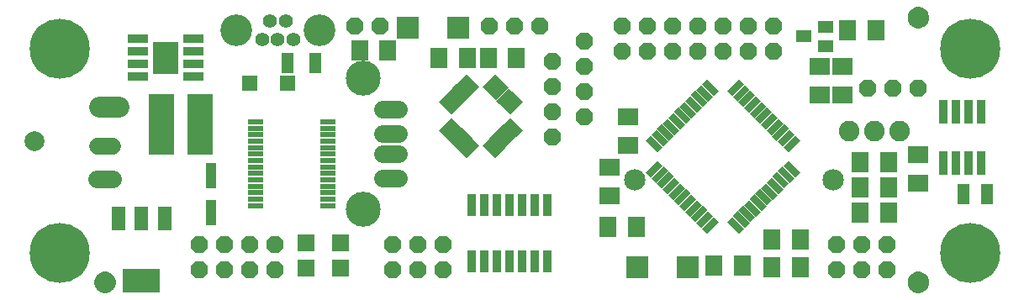
<source format=gbs>
G75*
G70*
%OFA0B0*%
%FSLAX24Y24*%
%IPPOS*%
%LPD*%
%AMOC8*
5,1,8,0,0,1.08239X$1,22.5*
%
%ADD10OC8,0.0680*%
%ADD11C,0.2380*%
%ADD12C,0.0050*%
%ADD13R,0.0710X0.0790*%
%ADD14R,0.0790X0.0710*%
%ADD15C,0.0848*%
%ADD16R,0.0320X0.0950*%
%ADD17R,0.0513X0.0828*%
%ADD18R,0.0630X0.0217*%
%ADD19C,0.0556*%
%ADD20C,0.1261*%
%ADD21R,0.0671X0.0671*%
%ADD22R,0.0474X0.0789*%
%ADD23R,0.0196X0.0710*%
%ADD24R,0.0710X0.0196*%
%ADD25C,0.0694*%
%ADD26C,0.1386*%
%ADD27R,0.0631X0.0631*%
%ADD28R,0.0340X0.0880*%
%ADD29C,0.0820*%
%ADD30R,0.0631X0.0474*%
%ADD31R,0.0671X0.0277*%
%ADD32R,0.0277X0.0671*%
%ADD33R,0.0830X0.0320*%
%ADD34R,0.1030X0.1300*%
%ADD35R,0.0395X0.1025*%
%ADD36R,0.1040X0.2440*%
%ADD37R,0.0560X0.0960*%
%ADD38R,0.1497X0.0946*%
%ADD39R,0.0880X0.0880*%
%ADD40C,0.0845*%
%ADD41C,0.0710*%
%ADD42C,0.0680*%
%ADD43C,0.0790*%
D10*
X007587Y001200D03*
X008587Y001200D03*
X009587Y001200D03*
X010587Y001200D03*
X010587Y002200D03*
X009587Y002200D03*
X008587Y002200D03*
X007587Y002200D03*
X015237Y002200D03*
X016237Y002200D03*
X017237Y002200D03*
X017237Y001200D03*
X016237Y001200D03*
X015237Y001200D03*
X021587Y006450D03*
X022837Y007250D03*
X021587Y007450D03*
X022837Y008250D03*
X021587Y008450D03*
X022837Y009250D03*
X021587Y009450D03*
X022837Y010250D03*
X024337Y009880D03*
X025337Y009880D03*
X026337Y009880D03*
X027337Y009880D03*
X028337Y009880D03*
X029337Y009880D03*
X030337Y009880D03*
X030337Y010880D03*
X029337Y010880D03*
X028337Y010880D03*
X027337Y010880D03*
X026337Y010880D03*
X025337Y010880D03*
X024337Y010880D03*
X021087Y010880D03*
X020087Y010880D03*
X019087Y010880D03*
X014737Y010880D03*
X013737Y010880D03*
X034087Y008400D03*
X035087Y008400D03*
X036087Y008400D03*
X034837Y002200D03*
X033837Y002200D03*
X032837Y002200D03*
X032837Y001200D03*
X033837Y001200D03*
X034837Y001200D03*
D11*
X038137Y001880D03*
X038137Y009980D03*
X002037Y009980D03*
X002037Y001880D03*
D12*
X003450Y000632D02*
X003467Y000565D01*
X003496Y000503D01*
X003536Y000447D01*
X003584Y000398D01*
X003641Y000359D01*
X003703Y000330D01*
X003769Y000312D01*
X003837Y000306D01*
X003906Y000312D01*
X003972Y000330D01*
X004034Y000359D01*
X004091Y000398D01*
X004139Y000447D01*
X004178Y000503D01*
X004207Y000565D01*
X004225Y000632D01*
X004231Y000700D01*
X004225Y000768D01*
X004207Y000835D01*
X004178Y000897D01*
X004139Y000953D01*
X004091Y001002D01*
X004034Y001041D01*
X003972Y001070D01*
X003906Y001088D01*
X003837Y001094D01*
X003769Y001088D01*
X003703Y001070D01*
X003641Y001041D01*
X003584Y001002D01*
X003536Y000953D01*
X003496Y000897D01*
X003467Y000835D01*
X003450Y000768D01*
X003444Y000700D01*
X003450Y000632D01*
X003449Y000637D02*
X004226Y000637D01*
X004230Y000685D02*
X003445Y000685D01*
X003447Y000734D02*
X004228Y000734D01*
X004222Y000782D02*
X003453Y000782D01*
X003466Y000831D02*
X004209Y000831D01*
X004187Y000879D02*
X003488Y000879D01*
X003518Y000928D02*
X004157Y000928D01*
X004116Y000976D02*
X003559Y000976D01*
X003617Y001025D02*
X004058Y001025D01*
X003961Y001073D02*
X003714Y001073D01*
X003461Y000588D02*
X004213Y000588D01*
X004195Y000540D02*
X003480Y000540D01*
X003505Y000491D02*
X004170Y000491D01*
X004135Y000443D02*
X003540Y000443D01*
X003591Y000394D02*
X004084Y000394D01*
X004005Y000346D02*
X003670Y000346D01*
X035694Y000700D02*
X035700Y000768D01*
X035717Y000835D01*
X035746Y000897D01*
X035786Y000953D01*
X035834Y001002D01*
X035891Y001041D01*
X035953Y001070D01*
X036019Y001088D01*
X036087Y001094D01*
X036156Y001088D01*
X036222Y001070D01*
X036284Y001041D01*
X036341Y001002D01*
X036389Y000953D01*
X036428Y000897D01*
X036457Y000835D01*
X036475Y000768D01*
X036481Y000700D01*
X036475Y000632D01*
X036457Y000565D01*
X036428Y000503D01*
X036389Y000447D01*
X036341Y000398D01*
X036284Y000359D01*
X036222Y000330D01*
X036156Y000312D01*
X036087Y000306D01*
X036019Y000312D01*
X035953Y000330D01*
X035891Y000359D01*
X035834Y000398D01*
X035786Y000447D01*
X035746Y000503D01*
X035717Y000565D01*
X035700Y000632D01*
X035694Y000700D01*
X035695Y000685D02*
X036480Y000685D01*
X036478Y000734D02*
X035697Y000734D01*
X035703Y000782D02*
X036472Y000782D01*
X036459Y000831D02*
X035716Y000831D01*
X035738Y000879D02*
X036437Y000879D01*
X036407Y000928D02*
X035768Y000928D01*
X035809Y000976D02*
X036366Y000976D01*
X036308Y001025D02*
X035867Y001025D01*
X035964Y001073D02*
X036211Y001073D01*
X036476Y000637D02*
X035699Y000637D01*
X035711Y000588D02*
X036463Y000588D01*
X036445Y000540D02*
X035730Y000540D01*
X035755Y000491D02*
X036420Y000491D01*
X036385Y000443D02*
X035790Y000443D01*
X035841Y000394D02*
X036334Y000394D01*
X036255Y000346D02*
X035920Y000346D01*
X036087Y010806D02*
X036019Y010812D01*
X035953Y010830D01*
X035891Y010859D01*
X035834Y010898D01*
X035786Y010947D01*
X035746Y011003D01*
X035717Y011065D01*
X035700Y011132D01*
X035694Y011200D01*
X035700Y011268D01*
X035717Y011335D01*
X035746Y011397D01*
X035786Y011453D01*
X035834Y011502D01*
X035891Y011541D01*
X035953Y011570D01*
X036019Y011588D01*
X036087Y011594D01*
X036156Y011588D01*
X036222Y011570D01*
X036284Y011541D01*
X036341Y011502D01*
X036389Y011453D01*
X036428Y011397D01*
X036457Y011335D01*
X036475Y011268D01*
X036481Y011200D01*
X036475Y011132D01*
X036457Y011065D01*
X036428Y011003D01*
X036389Y010947D01*
X036341Y010898D01*
X036284Y010859D01*
X036222Y010830D01*
X036156Y010812D01*
X036087Y010806D01*
X035984Y010822D02*
X036190Y010822D01*
X036300Y010870D02*
X035875Y010870D01*
X035814Y010919D02*
X036361Y010919D01*
X036403Y010967D02*
X035772Y010967D01*
X035741Y011016D02*
X036434Y011016D01*
X036457Y011064D02*
X035718Y011064D01*
X035705Y011113D02*
X036470Y011113D01*
X036478Y011161D02*
X035697Y011161D01*
X035695Y011210D02*
X036480Y011210D01*
X036476Y011258D02*
X035699Y011258D01*
X035710Y011307D02*
X036465Y011307D01*
X036448Y011355D02*
X035727Y011355D01*
X035751Y011404D02*
X036424Y011404D01*
X036390Y011452D02*
X035785Y011452D01*
X035833Y011501D02*
X036342Y011501D01*
X036267Y011549D02*
X035908Y011549D01*
D13*
X034397Y010700D03*
X033278Y010700D03*
X020147Y009600D03*
X019028Y009600D03*
X018197Y009600D03*
X017078Y009600D03*
X015047Y009900D03*
X013928Y009900D03*
X033778Y005450D03*
X034897Y005450D03*
X034897Y004450D03*
X033778Y004450D03*
X033778Y003450D03*
X034897Y003450D03*
X031397Y002400D03*
X030278Y002400D03*
X029097Y001350D03*
X027978Y001350D03*
X030278Y001300D03*
X031397Y001300D03*
X024897Y002900D03*
X023778Y002900D03*
D14*
X023837Y004140D03*
X023837Y005260D03*
X024587Y006140D03*
X024587Y007260D03*
X032187Y008140D03*
X033087Y008140D03*
X033087Y009260D03*
X032187Y009260D03*
X036087Y005760D03*
X036087Y004640D03*
D15*
X032702Y004750D03*
X024828Y004750D03*
D16*
X037087Y005420D03*
X037587Y005420D03*
X038087Y005420D03*
X038587Y005420D03*
X038587Y007480D03*
X038087Y007480D03*
X037587Y007480D03*
X037087Y007480D03*
D17*
X037865Y004200D03*
X038810Y004200D03*
D18*
X012677Y004248D03*
X012677Y003993D03*
X012677Y003737D03*
X012677Y004504D03*
X012677Y004760D03*
X012677Y005016D03*
X012677Y005272D03*
X012677Y005528D03*
X012677Y005784D03*
X012677Y006040D03*
X012677Y006296D03*
X012677Y006552D03*
X012677Y006807D03*
X012677Y007063D03*
X009798Y007063D03*
X009798Y006807D03*
X009798Y006552D03*
X009798Y006296D03*
X009798Y006040D03*
X009798Y005784D03*
X009798Y005528D03*
X009798Y005272D03*
X009798Y005016D03*
X009798Y004760D03*
X009798Y004504D03*
X009798Y004248D03*
X009798Y003993D03*
X009798Y003737D03*
D19*
X010058Y010346D03*
X010687Y010346D03*
X011317Y010346D03*
X011002Y011054D03*
X010372Y011054D03*
D20*
X009034Y010700D03*
X009034Y010700D03*
X012341Y010700D03*
X012341Y010700D03*
D21*
X011798Y002250D03*
X013176Y002250D03*
X013176Y001250D03*
X011798Y001250D03*
D22*
X012189Y009400D03*
X011086Y009400D03*
D23*
G36*
X017067Y007857D02*
X017206Y007996D01*
X017707Y007495D01*
X017568Y007356D01*
X017067Y007857D01*
G37*
G36*
X017206Y007996D02*
X017345Y008135D01*
X017846Y007634D01*
X017707Y007495D01*
X017206Y007996D01*
G37*
G36*
X017346Y008135D02*
X017485Y008274D01*
X017986Y007773D01*
X017847Y007634D01*
X017346Y008135D01*
G37*
G36*
X017485Y008274D02*
X017624Y008413D01*
X018125Y007912D01*
X017986Y007773D01*
X017485Y008274D01*
G37*
G36*
X017624Y008414D02*
X017763Y008553D01*
X018264Y008052D01*
X018125Y007913D01*
X017624Y008414D01*
G37*
G36*
X017763Y008553D02*
X017902Y008692D01*
X018403Y008191D01*
X018264Y008052D01*
X017763Y008553D01*
G37*
G36*
X017902Y008692D02*
X018041Y008831D01*
X018542Y008330D01*
X018403Y008191D01*
X017902Y008692D01*
G37*
G36*
X018042Y008831D02*
X018181Y008970D01*
X018682Y008469D01*
X018543Y008330D01*
X018042Y008831D01*
G37*
G36*
X019768Y007105D02*
X019907Y007244D01*
X020408Y006743D01*
X020269Y006604D01*
X019768Y007105D01*
G37*
G36*
X019628Y006966D02*
X019767Y007105D01*
X020268Y006604D01*
X020129Y006465D01*
X019628Y006966D01*
G37*
G36*
X019489Y006827D02*
X019628Y006966D01*
X020129Y006465D01*
X019990Y006326D01*
X019489Y006827D01*
G37*
G36*
X019350Y006688D02*
X019489Y006827D01*
X019990Y006326D01*
X019851Y006187D01*
X019350Y006688D01*
G37*
G36*
X019211Y006548D02*
X019350Y006687D01*
X019851Y006186D01*
X019712Y006047D01*
X019211Y006548D01*
G37*
G36*
X019072Y006409D02*
X019211Y006548D01*
X019712Y006047D01*
X019573Y005908D01*
X019072Y006409D01*
G37*
G36*
X018932Y006270D02*
X019071Y006409D01*
X019572Y005908D01*
X019433Y005769D01*
X018932Y006270D01*
G37*
G36*
X018793Y006131D02*
X018932Y006270D01*
X019433Y005769D01*
X019294Y005630D01*
X018793Y006131D01*
G37*
D24*
G36*
X018042Y005769D02*
X018543Y006270D01*
X018682Y006131D01*
X018181Y005630D01*
X018042Y005769D01*
G37*
G36*
X017902Y005908D02*
X018403Y006409D01*
X018542Y006270D01*
X018041Y005769D01*
X017902Y005908D01*
G37*
G36*
X017763Y006047D02*
X018264Y006548D01*
X018403Y006409D01*
X017902Y005908D01*
X017763Y006047D01*
G37*
G36*
X017624Y006186D02*
X018125Y006687D01*
X018264Y006548D01*
X017763Y006047D01*
X017624Y006186D01*
G37*
G36*
X017485Y006326D02*
X017986Y006827D01*
X018125Y006688D01*
X017624Y006187D01*
X017485Y006326D01*
G37*
G36*
X017346Y006465D02*
X017847Y006966D01*
X017986Y006827D01*
X017485Y006326D01*
X017346Y006465D01*
G37*
G36*
X017206Y006604D02*
X017707Y007105D01*
X017846Y006966D01*
X017345Y006465D01*
X017206Y006604D01*
G37*
G36*
X017067Y006743D02*
X017568Y007244D01*
X017707Y007105D01*
X017206Y006604D01*
X017067Y006743D01*
G37*
G36*
X019768Y007495D02*
X020269Y007996D01*
X020408Y007857D01*
X019907Y007356D01*
X019768Y007495D01*
G37*
G36*
X019628Y007634D02*
X020129Y008135D01*
X020268Y007996D01*
X019767Y007495D01*
X019628Y007634D01*
G37*
G36*
X019489Y007773D02*
X019990Y008274D01*
X020129Y008135D01*
X019628Y007634D01*
X019489Y007773D01*
G37*
G36*
X019350Y007912D02*
X019851Y008413D01*
X019990Y008274D01*
X019489Y007773D01*
X019350Y007912D01*
G37*
G36*
X019211Y008052D02*
X019712Y008553D01*
X019851Y008414D01*
X019350Y007913D01*
X019211Y008052D01*
G37*
G36*
X019072Y008191D02*
X019573Y008692D01*
X019712Y008553D01*
X019211Y008052D01*
X019072Y008191D01*
G37*
G36*
X018932Y008330D02*
X019433Y008831D01*
X019572Y008692D01*
X019071Y008191D01*
X018932Y008330D01*
G37*
G36*
X018793Y008469D02*
X019294Y008970D01*
X019433Y008831D01*
X018932Y008330D01*
X018793Y008469D01*
G37*
D25*
X015461Y007578D02*
X014847Y007578D01*
X014847Y006594D02*
X015461Y006594D01*
X015461Y005806D02*
X014847Y005806D01*
X014847Y004822D02*
X015461Y004822D01*
D26*
X014087Y003613D03*
X014087Y008787D03*
D27*
X011085Y008600D03*
X009589Y008600D03*
D28*
X018387Y003755D03*
X018887Y003755D03*
X019387Y003755D03*
X019887Y003755D03*
X020387Y003755D03*
X020887Y003755D03*
X021387Y003755D03*
X021387Y001520D03*
X020887Y001520D03*
X020387Y001520D03*
X019887Y001520D03*
X019387Y001520D03*
X018887Y001520D03*
X018387Y001520D03*
D29*
X033337Y006700D03*
X034337Y006700D03*
X035337Y006700D03*
D30*
X032421Y010076D03*
X031554Y010450D03*
X032421Y010824D03*
D31*
G36*
X029173Y008567D02*
X028700Y008094D01*
X028505Y008289D01*
X028978Y008762D01*
X029173Y008567D01*
G37*
G36*
X029395Y008344D02*
X028922Y007871D01*
X028727Y008066D01*
X029200Y008539D01*
X029395Y008344D01*
G37*
G36*
X029618Y008122D02*
X029145Y007649D01*
X028950Y007844D01*
X029423Y008317D01*
X029618Y008122D01*
G37*
G36*
X029841Y007899D02*
X029368Y007426D01*
X029173Y007621D01*
X029646Y008094D01*
X029841Y007899D01*
G37*
G36*
X030063Y007676D02*
X029590Y007203D01*
X029395Y007398D01*
X029868Y007871D01*
X030063Y007676D01*
G37*
G36*
X030286Y007454D02*
X029813Y006981D01*
X029618Y007176D01*
X030091Y007649D01*
X030286Y007454D01*
G37*
G36*
X030509Y007231D02*
X030036Y006758D01*
X029841Y006953D01*
X030314Y007426D01*
X030509Y007231D01*
G37*
G36*
X030732Y007008D02*
X030259Y006535D01*
X030064Y006730D01*
X030537Y007203D01*
X030732Y007008D01*
G37*
G36*
X030954Y006786D02*
X030481Y006313D01*
X030286Y006508D01*
X030759Y006981D01*
X030954Y006786D01*
G37*
G36*
X031177Y006563D02*
X030704Y006090D01*
X030509Y006285D01*
X030982Y006758D01*
X031177Y006563D01*
G37*
G36*
X031400Y006340D02*
X030927Y005867D01*
X030732Y006062D01*
X031205Y006535D01*
X031400Y006340D01*
G37*
G36*
X026389Y004892D02*
X025916Y004419D01*
X025721Y004614D01*
X026194Y005087D01*
X026389Y004892D01*
G37*
G36*
X026166Y005115D02*
X025693Y004642D01*
X025498Y004837D01*
X025971Y005310D01*
X026166Y005115D01*
G37*
G36*
X025943Y005338D02*
X025470Y004865D01*
X025275Y005060D01*
X025748Y005533D01*
X025943Y005338D01*
G37*
G36*
X026611Y004670D02*
X026138Y004197D01*
X025943Y004392D01*
X026416Y004865D01*
X026611Y004670D01*
G37*
G36*
X026834Y004447D02*
X026361Y003974D01*
X026166Y004169D01*
X026639Y004642D01*
X026834Y004447D01*
G37*
G36*
X027057Y004224D02*
X026584Y003751D01*
X026389Y003946D01*
X026862Y004419D01*
X027057Y004224D01*
G37*
G36*
X027280Y004002D02*
X026807Y003529D01*
X026612Y003724D01*
X027085Y004197D01*
X027280Y004002D01*
G37*
G36*
X027502Y003779D02*
X027029Y003306D01*
X026834Y003501D01*
X027307Y003974D01*
X027502Y003779D01*
G37*
G36*
X027725Y003556D02*
X027252Y003083D01*
X027057Y003278D01*
X027530Y003751D01*
X027725Y003556D01*
G37*
G36*
X027948Y003334D02*
X027475Y002861D01*
X027280Y003056D01*
X027753Y003529D01*
X027948Y003334D01*
G37*
G36*
X028170Y003111D02*
X027697Y002638D01*
X027502Y002833D01*
X027975Y003306D01*
X028170Y003111D01*
G37*
D32*
G36*
X029173Y002833D02*
X028978Y002638D01*
X028505Y003111D01*
X028700Y003306D01*
X029173Y002833D01*
G37*
G36*
X029395Y003056D02*
X029200Y002861D01*
X028727Y003334D01*
X028922Y003529D01*
X029395Y003056D01*
G37*
G36*
X029618Y003278D02*
X029423Y003083D01*
X028950Y003556D01*
X029145Y003751D01*
X029618Y003278D01*
G37*
G36*
X029841Y003501D02*
X029646Y003306D01*
X029173Y003779D01*
X029368Y003974D01*
X029841Y003501D01*
G37*
G36*
X030063Y003724D02*
X029868Y003529D01*
X029395Y004002D01*
X029590Y004197D01*
X030063Y003724D01*
G37*
G36*
X030286Y003946D02*
X030091Y003751D01*
X029618Y004224D01*
X029813Y004419D01*
X030286Y003946D01*
G37*
G36*
X030509Y004169D02*
X030314Y003974D01*
X029841Y004447D01*
X030036Y004642D01*
X030509Y004169D01*
G37*
G36*
X030732Y004392D02*
X030537Y004197D01*
X030064Y004670D01*
X030259Y004865D01*
X030732Y004392D01*
G37*
G36*
X030954Y004614D02*
X030759Y004419D01*
X030286Y004892D01*
X030481Y005087D01*
X030954Y004614D01*
G37*
G36*
X031177Y004837D02*
X030982Y004642D01*
X030509Y005115D01*
X030704Y005310D01*
X031177Y004837D01*
G37*
G36*
X031400Y005060D02*
X031205Y004865D01*
X030732Y005338D01*
X030927Y005533D01*
X031400Y005060D01*
G37*
G36*
X026389Y006508D02*
X026194Y006313D01*
X025721Y006786D01*
X025916Y006981D01*
X026389Y006508D01*
G37*
G36*
X026166Y006285D02*
X025971Y006090D01*
X025498Y006563D01*
X025693Y006758D01*
X026166Y006285D01*
G37*
G36*
X025943Y006062D02*
X025748Y005867D01*
X025275Y006340D01*
X025470Y006535D01*
X025943Y006062D01*
G37*
G36*
X026611Y006730D02*
X026416Y006535D01*
X025943Y007008D01*
X026138Y007203D01*
X026611Y006730D01*
G37*
G36*
X026834Y006953D02*
X026639Y006758D01*
X026166Y007231D01*
X026361Y007426D01*
X026834Y006953D01*
G37*
G36*
X027057Y007176D02*
X026862Y006981D01*
X026389Y007454D01*
X026584Y007649D01*
X027057Y007176D01*
G37*
G36*
X027280Y007398D02*
X027085Y007203D01*
X026612Y007676D01*
X026807Y007871D01*
X027280Y007398D01*
G37*
G36*
X027502Y007621D02*
X027307Y007426D01*
X026834Y007899D01*
X027029Y008094D01*
X027502Y007621D01*
G37*
G36*
X027725Y007844D02*
X027530Y007649D01*
X027057Y008122D01*
X027252Y008317D01*
X027725Y007844D01*
G37*
G36*
X027948Y008066D02*
X027753Y007871D01*
X027280Y008344D01*
X027475Y008539D01*
X027948Y008066D01*
G37*
G36*
X028170Y008289D02*
X027975Y008094D01*
X027502Y008567D01*
X027697Y008762D01*
X028170Y008289D01*
G37*
D33*
X007332Y008850D03*
X007332Y009350D03*
X007332Y009850D03*
X007332Y010350D03*
X005142Y010350D03*
X005142Y009850D03*
X005142Y009350D03*
X005142Y008850D03*
D34*
X006237Y009600D03*
D35*
X008037Y004928D03*
X008037Y003472D03*
D36*
X007597Y006950D03*
X006077Y006950D03*
D37*
X006197Y003220D03*
X005287Y003220D03*
X004377Y003220D03*
D38*
X005287Y000780D03*
D39*
X024937Y001300D03*
X026937Y001300D03*
X017837Y010800D03*
X015837Y010800D03*
D40*
X004370Y007680D02*
X003605Y007680D01*
D41*
X003522Y004800D02*
X004152Y004800D01*
D42*
X004137Y006100D02*
X003537Y006100D01*
D43*
X001037Y006300D03*
M02*

</source>
